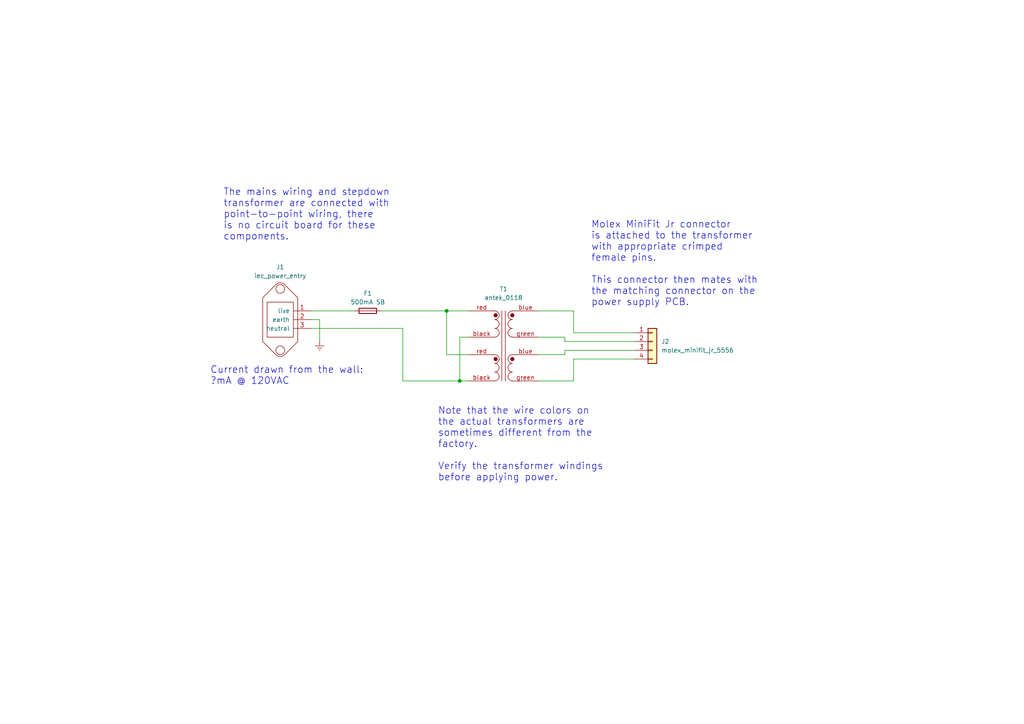
<source format=kicad_sch>
(kicad_sch (version 20230121) (generator eeschema)
  (paper "A4")
  (title_block (title "M.S.M Stereo Lowpass Filter Mains Transformer") (date "2023-01-29") (rev "0") (comment 2 "creativecommons.org/licenses/by/4.0") (comment 3 "License: CC by 4.0") (comment 4 "Author: Jordan Aceto"))
  (lib_symbols
    (symbol "Connector_Generic:Conn_01x04" (pin_names (offset 1.016) hide)
      (property "Reference" "J" (at 0 5.08 0))
      (property "Value" "Conn_01x04" (at 0 -7.62 0))
      (symbol "Conn_01x04_1_1"
        (rectangle (start -1.27 -4.953) (end 0 -5.207) (stroke (width 0.1524)))
        (rectangle (start -1.27 -2.413) (end 0 -2.667) (stroke (width 0.1524)))
        (rectangle (start -1.27 0.127) (end 0 -0.127) (stroke (width 0.1524)))
        (rectangle (start -1.27 2.667) (end 0 2.413) (stroke (width 0.1524)))
        (rectangle (start -1.27 3.81) (end 1.27 -6.35) (stroke (width 0.254)) (fill (type background)))
        (pin passive line (at -5.08 2.54 0) (length 3.81) (name "Pin_1") (number "1"))
        (pin passive line (at -5.08 0 0) (length 3.81) (name "Pin_2") (number "2"))
        (pin passive line (at -5.08 -2.54 0) (length 3.81) (name "Pin_3") (number "3"))
        (pin passive line (at -5.08 -5.08 0) (length 3.81) (name "Pin_4") (number "4"))
      )
    )
    (symbol "Device:Fuse" (pin_numbers hide) (pin_names (offset 0))
      (property "Reference" "F" (at 2.032 0 90))
      (property "Value" "Fuse" (at -1.905 0 90))
      (symbol "Fuse_0_1"
        (rectangle (start -0.762 -2.54) (end 0.762 2.54) (stroke (width 0.254)))
        (polyline (pts (xy 0 2.54) (xy 0 -2.54)))
      )
      (symbol "Fuse_1_1"
        (pin passive line (at 0 3.81 270) (length 1.27) (name "~") (number "1"))
        (pin passive line (at 0 -3.81 90) (length 1.27) (name "~") (number "2"))
      )
    )
    (symbol "custom_symbols:antek_02xx" (pin_names (offset 1.016) hide)
      (property "Reference" "T?" (at 0 15.24 0))
      (property "Value" "antek_02xx" (at 0 12.7 0))
      (symbol "antek_02xx_0_1"
        (arc (start -2.54 -10.1346) (mid -1.6561 -9.7663) (end -1.27 -8.89))
        (arc (start -2.54 -7.5946) (mid -1.6561 -7.2263) (end -1.27 -6.35))
        (arc (start -2.54 -5.0546) (mid -1.6561 -4.6863) (end -1.27 -3.81))
        (arc (start -2.54 2.5654) (mid -1.6561 2.9337) (end -1.27 3.81))
        (arc (start -2.54 5.1054) (mid -1.6561 5.4737) (end -1.27 6.35))
        (arc (start -2.54 7.6454) (mid -1.6561 8.0137) (end -1.27 8.89))
        (circle (center -2.286 -3.81) (radius 0.508) (fill (type outline)))
        (circle (center -2.286 8.89) (radius 0.508) (fill (type outline)))
        (arc (start -1.27 -8.89) (mid -1.642 -7.992) (end -2.54 -7.62))
        (arc (start -1.27 -6.35) (mid -1.642 -5.452) (end -2.54 -5.08))
        (arc (start -1.27 -3.81) (mid -1.642 -2.912) (end -2.54 -2.54))
        (arc (start -1.27 3.81) (mid -1.642 4.708) (end -2.54 5.08))
        (arc (start -1.27 6.35) (mid -1.642 7.248) (end -2.54 7.62))
        (arc (start -1.27 8.89) (mid -1.642 9.788) (end -2.54 10.16))
        (polyline (pts (xy -0.508 -10.16) (xy -0.508 10.16)))
        (polyline (pts (xy 0.508 10.16) (xy 0.508 -10.16)))
        (arc (start 1.2954 -8.89) (mid 1.6599 -9.7701) (end 2.54 -10.1346))
        (arc (start 1.2954 -6.35) (mid 1.6599 -7.2301) (end 2.54 -7.5946))
        (arc (start 1.2954 -3.81) (mid 1.6599 -4.6901) (end 2.54 -5.0546))
        (arc (start 1.2954 3.81) (mid 1.6599 2.9299) (end 2.54 2.5654))
        (arc (start 1.2954 6.35) (mid 1.6599 5.4699) (end 2.54 5.1054))
        (arc (start 1.2954 8.89) (mid 1.6599 8.0099) (end 2.54 7.6454))
        (arc (start 2.54 -7.62) (mid 1.642 -7.992) (end 1.2954 -8.89))
        (arc (start 2.54 -5.08) (mid 1.642 -5.452) (end 1.2954 -6.35))
        (circle (center 2.54 -3.81) (radius 0.508) (fill (type outline)))
        (arc (start 2.54 -2.54) (mid 1.642 -2.912) (end 1.2954 -3.81))
        (arc (start 2.54 5.08) (mid 1.642 4.708) (end 1.2954 3.81))
        (arc (start 2.54 7.62) (mid 1.642 7.248) (end 1.2954 6.35))
        (circle (center 2.54 8.89) (radius 0.508) (fill (type outline)))
        (arc (start 2.54 10.16) (mid 1.642 9.788) (end 1.2954 8.89))
      )
      (symbol "antek_02xx_1_1"
        (pin passive line (at -10.16 -10.16 0) (length 7.62) (name "") (number "black"))
        (pin passive line (at -10.16 2.54 0) (length 7.62) (name "") (number "black"))
        (pin passive line (at 10.16 -2.54 180) (length 7.62) (name "") (number "blue"))
        (pin passive line (at 10.16 10.16 180) (length 7.62) (name "") (number "blue"))
        (pin passive line (at 10.16 -10.16 180) (length 7.62) (name "") (number "green"))
        (pin passive line (at 10.16 2.54 180) (length 7.62) (name "") (number "green"))
        (pin passive line (at -10.16 -2.54 0) (length 7.62) (name "") (number "red"))
        (pin passive line (at -10.16 10.16 0) (length 7.62) (name "") (number "red"))
      )
    )
    (symbol "custom_symbols:iec_power_entry" (pin_names (offset 1.016))
      (property "Reference" "J3" (at 0 15.24 90))
      (property "Value" "iec_power_entry" (at 0 12.7 90))
      (symbol "iec_power_entry_0_1"
        (arc (start -10.16 1.27) (mid -10.6861 0) (end -10.16 -1.27))
        (circle (center -8.89 0) (radius 1.27))
        (polyline (pts (xy -6.35 -5.08) (xy -10.16 -1.27)))
        (polyline (pts (xy -6.35 5.08) (xy -10.16 1.27)))
        (polyline (pts (xy -6.35 -5.08) (xy 6.35 -5.08) (xy 10.16 -1.27)))
        (polyline (pts (xy -6.35 5.08) (xy 6.35 5.08) (xy 10.16 1.27)))
        (rectangle (start 5.08 3.81) (end -5.08 -3.81))
        (circle (center 8.89 0) (radius 1.27))
        (arc (start 10.16 -1.27) (mid 10.6861 0) (end 10.16 1.27))
      )
      (symbol "iec_power_entry_1_1"
        (pin power_out line (at -2.54 -8.89 90) (length 5.08) (name "live") (number "1"))
        (pin power_out line (at 0 -8.89 90) (length 5.08) (name "earth") (number "2"))
        (pin power_out line (at 2.54 -8.89 90) (length 5.08) (name "neutral") (number "3"))
      )
    )
    (symbol "power:Earth" (power) (pin_names (offset 0))
      (symbol "Earth_0_1"
        (polyline (pts (xy -0.635 -1.905) (xy 0.635 -1.905)))
        (polyline (pts (xy -0.127 -2.54) (xy 0.127 -2.54)))
        (polyline (pts (xy 0 -1.27) (xy 0 0)))
        (polyline (pts (xy 1.27 -1.27) (xy -1.27 -1.27)))
      )
      (symbol "Earth_1_1"
        (pin power_in line (at 0 0 270) (length 0) hide (name "Earth") (number "1"))
      )
    )
  )
  (junction (at 133.35 110.49))
  (junction (at 129.54 90.17))
  (wire (pts (xy 116.84 110.49) (xy 133.35 110.49)))
  (wire (pts (xy 135.89 102.87) (xy 129.54 102.87)))
  (wire (pts (xy 184.15 101.6) (xy 163.83 101.6)))
  (wire (pts (xy 163.83 102.87) (xy 156.21 102.87)))
  (wire (pts (xy 90.17 90.17) (xy 102.87 90.17)))
  (wire (pts (xy 129.54 90.17) (xy 135.89 90.17)))
  (wire (pts (xy 110.49 90.17) (xy 129.54 90.17)))
  (wire (pts (xy 166.37 110.49) (xy 166.37 104.14)))
  (wire (pts (xy 156.21 90.17) (xy 166.37 90.17)))
  (wire (pts (xy 163.83 99.06) (xy 163.83 97.79)))
  (wire (pts (xy 184.15 99.06) (xy 163.83 99.06)))
  (wire (pts (xy 116.84 110.49) (xy 116.84 95.25)))
  (wire (pts (xy 133.35 97.79) (xy 133.35 110.49)))
  (wire (pts (xy 156.21 110.49) (xy 166.37 110.49)))
  (wire (pts (xy 135.89 110.49) (xy 133.35 110.49)))
  (wire (pts (xy 166.37 96.52) (xy 184.15 96.52)))
  (wire (pts (xy 166.37 90.17) (xy 166.37 96.52)))
  (wire (pts (xy 129.54 102.87) (xy 129.54 90.17)))
  (wire (pts (xy 90.17 95.25) (xy 116.84 95.25)))
  (wire (pts (xy 92.71 99.06) (xy 92.71 92.71)))
  (wire (pts (xy 166.37 104.14) (xy 184.15 104.14)))
  (wire (pts (xy 163.83 97.79) (xy 156.21 97.79)))
  (wire (pts (xy 163.83 101.6) (xy 163.83 102.87)))
  (wire (pts (xy 92.71 92.71) (xy 90.17 92.71)))
  (wire (pts (xy 135.89 97.79) (xy 133.35 97.79)))
  (text "The mains wiring and stepdown\ntransformer are connected with\npoint-to-point wiring, there\nis no circuit board for these\ncomponents." (at 64.77 69.85 0) (effects (font (size 2 2)) (justify left bottom)))
  (text "Current drawn from the wall:\n?mA @ 120VAC" (at 60.96 111.76 0) (effects (font (size 2 2)) (justify left bottom)))
  (text "Note that the wire colors on \nthe actual transformers are \nsometimes different from the \nfactory.\n\nVerify the transformer windings\nbefore applying power." (at 127 139.7 0) (effects (font (size 2 2)) (justify left bottom)))
  (text "Molex MiniFit Jr connector\nis attached to the transformer\nwith appropriate crimped \nfemale pins.\n\nThis connector then mates with\nthe matching connector on the \npower supply PCB." (at 171.45 88.9 0) (effects (font (size 2 2)) (justify left bottom)))
  (symbol (lib_id "custom_symbols:antek_02xx") (at 146.05 100.33 0) (unit 1)
    (property "Reference" "T1" (at 146.05 83.82 0))
    (property "Value" "antek_0118" (at 146.05 86.36 0))
    (property "Datasheet" "https://www.antekinc.com/content/AN-01XX.pdf" (effects hide))
  )
  (symbol (lib_id "Connector_Generic:Conn_01x04") (at 189.23 99.06 0) (unit 1)
    (property "Reference" "J2" (at 191.77 99.0599 0) (effects (justify left)))
    (property "Value" "molex_minifit_jr_5556" (at 191.77 101.5999 0) (effects (justify left)))
    (property "Datasheet" "https://www.molex.com/webdocs/datasheets/pdf/en-us/0039012040_CRIMP_HOUSINGS.pdf" (effects hide))
  )
  (symbol (lib_id "Device:Fuse") (at 106.68 90.17 90) (unit 1)
    (property "Reference" "F1" (at 106.68 85.09 90))
    (property "Value" "500mA SB" (at 106.68 87.63 90))
  )
  (symbol (lib_id "power:Earth") (at 92.71 99.06 0) (unit 1)
    (property "Reference" "#PWR0101" (effects hide))
    (property "Value" "Earth" (effects hide))
  )
  (symbol (lib_id "custom_symbols:iec_power_entry") (at 81.28 92.71 90) (mirror x) (unit 1)
    (property "Reference" "J1" (at 81.28 77.47 90))
    (property "Value" "iec_power_entry" (at 81.28 80.01 90))
  )
)
</source>
